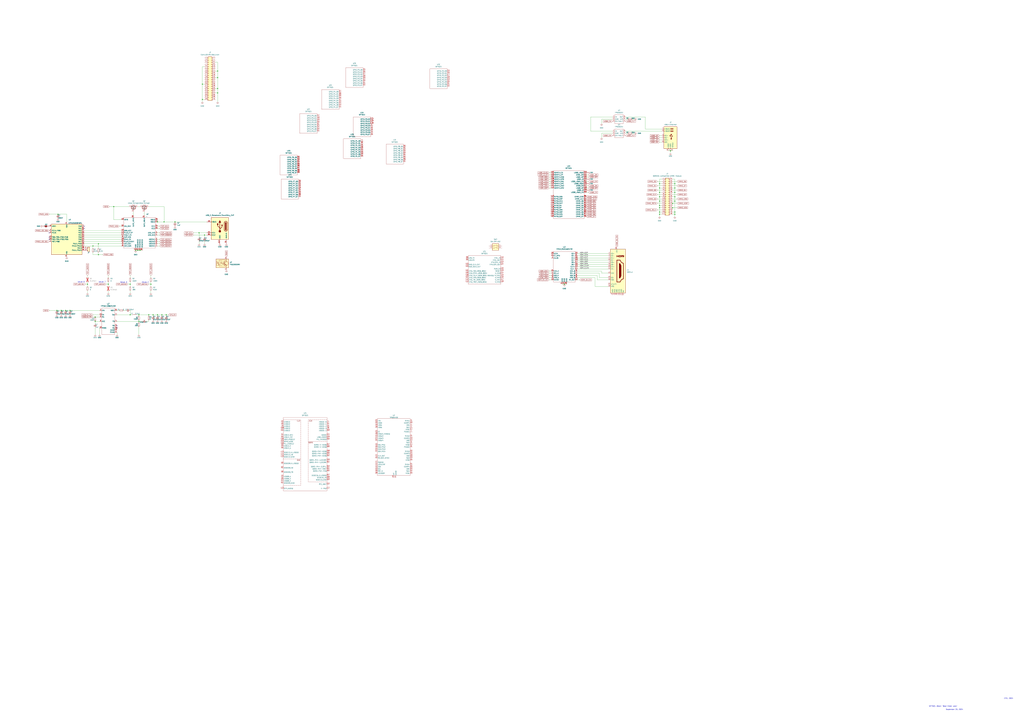
<source format=kicad_sch>
(kicad_sch (version 20231120) (generator "eeschema") (generator_version "8.0")
  (paper "A0")
  (junction (at 81.28 360.68))
  (junction (at 234.95 115.57))
  (junction (at 66.04 360.68))
  (junction (at 161.29 373.38))
  (junction (at 765.81 246.38))
  (junction (at 162.56 290.83))
  (junction (at 252.73 102.87))
  (junction (at 765.81 228.6))
  (junction (at 783.59 213.36))
  (junction (at 161.29 365.76))
  (junction (at 231.14 270.51))
  (junction (at 125.73 330.2))
  (junction (at 765.81 233.68))
  (junction (at 172.72 365.76))
  (junction (at 765.81 213.36))
  (junction (at 190.5 257.81))
  (junction (at 71.12 360.68))
  (junction (at 765.81 223.52))
  (junction (at 67.31 248.92))
  (junction (at 157.48 290.83))
  (junction (at 101.6 330.2))
  (junction (at 182.88 365.76))
  (junction (at 182.88 257.81))
  (junction (at 783.59 248.92))
  (junction (at 114.3 295.91))
  (junction (at 252.73 90.17))
  (junction (at 783.59 246.38))
  (junction (at 203.2 257.81))
  (junction (at 160.02 290.83))
  (junction (at 177.8 365.76))
  (junction (at 187.96 365.76))
  (junction (at 765.81 248.92))
  (junction (at 151.13 365.76))
  (junction (at 234.95 97.79))
  (junction (at 76.2 360.68))
  (junction (at 783.59 223.52))
  (junction (at 252.73 107.95))
  (junction (at 655.32 330.2))
  (junction (at 783.59 233.68))
  (junction (at 237.49 273.05))
  (junction (at 765.81 218.44))
  (junction (at 132.08 240.03))
  (junction (at 110.49 373.38))
  (junction (at 107.95 285.75))
  (junction (at 193.04 365.76))
  (junction (at 765.81 238.76))
  (junction (at 783.59 218.44))
  (junction (at 783.59 228.6))
  (junction (at 252.73 82.55))
  (junction (at 151.13 330.2))
  (junction (at 175.26 330.2))
  (junction (at 765.81 241.3))
  (junction (at 781.05 241.3))
  (junction (at 781.05 236.22))
  (junction (at 778.51 175.26))
  (junction (at 110.49 368.3))
  (junction (at 114.3 283.21))
  (no_connect (at 135.89 378.46))
  (no_connect (at 57.15 278.13))
  (no_connect (at 57.15 270.51))
  (no_connect (at 97.79 265.43))
  (no_connect (at 135.89 381))
  (no_connect (at 97.79 262.89))
  (no_connect (at 57.15 275.59))
  (wire (pts (xy 670.56 299.72) (xy 706.12 299.72)))
  (wire (pts (xy 161.29 388.62) (xy 161.29 379.73)))
  (wire (pts (xy 252.73 118.11) (xy 252.73 107.95)))
  (wire (pts (xy 706.12 325.12) (xy 693.42 325.12)))
  (wire (pts (xy 97.79 273.05) (xy 140.97 273.05)))
  (wire (pts (xy 125.73 332.74) (xy 125.73 330.2)))
  (wire (pts (xy 160.02 290.83) (xy 162.56 290.83)))
  (wire (pts (xy 107.95 285.75) (xy 107.95 288.29)))
  (wire (pts (xy 160.02 240.03) (xy 162.56 240.03)))
  (wire (pts (xy 237.49 273.05) (xy 237.49 275.59)))
  (wire (pts (xy 234.95 115.57) (xy 234.95 97.79)))
  (wire (pts (xy 768.35 208.28) (xy 765.81 208.28)))
  (wire (pts (xy 683.26 215.9) (xy 680.72 215.9)))
  (wire (pts (xy 786.13 226.06) (xy 781.05 226.06)))
  (wire (pts (xy 683.26 218.44) (xy 680.72 218.44)))
  (wire (pts (xy 778.51 175.26) (xy 781.05 175.26)))
  (wire (pts (xy 146.05 360.68) (xy 143.51 360.68)))
  (wire (pts (xy 637.54 314.96) (xy 640.08 314.96)))
  (wire (pts (xy 698.5 154.94) (xy 711.2 154.94)))
  (wire (pts (xy 185.42 280.67) (xy 182.88 280.67)))
  (wire (pts (xy 252.73 90.17) (xy 252.73 82.55)))
  (wire (pts (xy 190.5 257.81) (xy 203.2 257.81)))
  (wire (pts (xy 670.56 307.34) (xy 706.12 307.34)))
  (wire (pts (xy 693.42 325.12) (xy 693.42 320.04)))
  (wire (pts (xy 698.5 317.5) (xy 698.5 314.96)))
  (wire (pts (xy 101.6 332.74) (xy 101.6 330.2)))
  (wire (pts (xy 786.13 231.14) (xy 781.05 231.14)))
  (wire (pts (xy 172.72 373.38) (xy 172.72 372.11)))
  (wire (pts (xy 765.81 218.44) (xy 765.81 213.36)))
  (wire (pts (xy 680.72 210.82) (xy 683.26 210.82)))
  (wire (pts (xy 203.2 257.81) (xy 240.03 257.81)))
  (wire (pts (xy 185.42 262.89) (xy 182.88 262.89)))
  (wire (pts (xy 765.81 160.02) (xy 768.35 160.02)))
  (wire (pts (xy 783.59 218.44) (xy 783.59 223.52)))
  (wire (pts (xy 728.98 138.43) (xy 726.44 138.43)))
  (wire (pts (xy 252.73 102.87) (xy 252.73 90.17)))
  (wire (pts (xy 765.81 157.48) (xy 768.35 157.48)))
  (wire (pts (xy 162.56 290.83) (xy 165.1 290.83)))
  (wire (pts (xy 783.59 213.36) (xy 783.59 218.44)))
  (wire (pts (xy 786.13 241.3) (xy 781.05 241.3)))
  (wire (pts (xy 749.3 135.89) (xy 749.3 149.86)))
  (wire (pts (xy 182.88 257.81) (xy 182.88 255.27)))
  (wire (pts (xy 736.6 154.94) (xy 734.06 154.94)))
  (wire (pts (xy 252.73 72.39) (xy 250.19 72.39)))
  (wire (pts (xy 237.49 283.21) (xy 237.49 280.67)))
  (wire (pts (xy 125.73 327.66) (xy 125.73 330.2)))
  (wire (pts (xy 637.54 317.5) (xy 640.08 317.5)))
  (wire (pts (xy 154.94 246.38) (xy 154.94 250.19)))
  (wire (pts (xy 125.73 340.36) (xy 125.73 337.82)))
  (wire (pts (xy 252.73 107.95) (xy 250.19 107.95)))
  (wire (pts (xy 695.96 322.58) (xy 706.12 322.58)))
  (wire (pts (xy 107.95 368.3) (xy 110.49 368.3)))
  (wire (pts (xy 765.81 248.92) (xy 765.81 251.46)))
  (wire (pts (xy 778.51 177.8) (xy 778.51 175.26)))
  (wire (pts (xy 765.81 223.52) (xy 765.81 218.44)))
  (wire (pts (xy 768.35 248.92) (xy 765.81 248.92)))
  (wire (pts (xy 763.27 243.84) (xy 768.35 243.84)))
  (wire (pts (xy 158.75 365.76) (xy 161.29 365.76)))
  (wire (pts (xy 185.42 270.51) (xy 182.88 270.51)))
  (wire (pts (xy 224.79 270.51) (xy 231.14 270.51)))
  (wire (pts (xy 97.79 278.13) (xy 140.97 278.13)))
  (wire (pts (xy 685.8 152.4) (xy 711.2 152.4)))
  (wire (pts (xy 190.5 240.03) (xy 172.72 240.03)))
  (wire (pts (xy 193.04 365.76) (xy 193.04 367.03)))
  (wire (pts (xy 71.12 360.68) (xy 76.2 360.68)))
  (wire (pts (xy 698.5 143.51) (xy 698.5 138.43)))
  (wire (pts (xy 783.59 246.38) (xy 783.59 233.68)))
  (wire (pts (xy 101.6 330.2) (xy 99.06 330.2)))
  (wire (pts (xy 231.14 270.51) (xy 231.14 275.59)))
  (wire (pts (xy 107.95 285.75) (xy 140.97 285.75)))
  (wire (pts (xy 182.88 365.76) (xy 177.8 365.76)))
  (wire (pts (xy 637.54 322.58) (xy 640.08 322.58)))
  (wire (pts (xy 763.27 236.22) (xy 768.35 236.22)))
  (wire (pts (xy 167.64 246.38) (xy 167.64 250.19)))
  (wire (pts (xy 783.59 251.46) (xy 783.59 248.92)))
  (wire (pts (xy 114.3 295.91) (xy 119.38 295.91)))
  (wire (pts (xy 175.26 320.04) (xy 175.26 322.58)))
  (wire (pts (xy 670.56 309.88) (xy 706.12 309.88)))
  (wire (pts (xy 135.89 365.76) (xy 151.13 365.76)))
  (wire (pts (xy 695.96 317.5) (xy 695.96 322.58)))
  (wire (pts (xy 768.35 246.38) (xy 765.81 246.38)))
  (wire (pts (xy 726.44 152.4) (xy 768.35 152.4)))
  (wire (pts (xy 670.56 322.58) (xy 690.88 322.58)))
  (wire (pts (xy 195.58 365.76) (xy 193.04 365.76)))
  (wire (pts (xy 97.79 267.97) (xy 140.97 267.97)))
  (wire (pts (xy 765.81 233.68) (xy 768.35 233.68)))
  (wire (pts (xy 234.95 97.79) (xy 234.95 77.47)))
  (wire (pts (xy 161.29 373.38) (xy 161.29 374.65)))
  (wire (pts (xy 234.95 115.57) (xy 237.49 115.57)))
  (wire (pts (xy 765.81 238.76) (xy 765.81 241.3)))
  (wire (pts (xy 652.78 330.2) (xy 655.32 330.2)))
  (wire (pts (xy 157.48 290.83) (xy 160.02 290.83)))
  (wire (pts (xy 115.57 381) (xy 115.57 388.62)))
  (wire (pts (xy 114.3 283.21) (xy 114.3 288.29)))
  (wire (pts (xy 185.42 265.43) (xy 182.88 265.43)))
  (wire (pts (xy 138.43 360.68) (xy 135.89 360.68)))
  (wire (pts (xy 749.3 135.89) (xy 726.44 135.89)))
  (wire (pts (xy 655.32 330.2) (xy 657.86 330.2)))
  (wire (pts (xy 231.14 270.51) (xy 240.03 270.51)))
  (wire (pts (xy 637.54 210.82) (xy 640.08 210.82)))
  (wire (pts (xy 231.14 283.21) (xy 231.14 280.67)))
  (wire (pts (xy 637.54 205.74) (xy 640.08 205.74)))
  (wire (pts (xy 161.29 367.03) (xy 161.29 365.76)))
  (wire (pts (xy 170.18 373.38) (xy 172.72 373.38)))
  (wire (pts (xy 763.27 215.9) (xy 768.35 215.9)))
  (wire (pts (xy 237.49 273.05) (xy 240.03 273.05)))
  (wire (pts (xy 763.27 220.98) (xy 768.35 220.98)))
  (wire (pts (xy 781.05 218.44) (xy 783.59 218.44)))
  (wire (pts (xy 252.73 107.95) (xy 252.73 102.87)))
  (wire (pts (xy 783.59 208.28) (xy 783.59 213.36)))
  (wire (pts (xy 172.72 365.76) (xy 161.29 365.76)))
  (wire (pts (xy 763.27 210.82) (xy 768.35 210.82)))
  (wire (pts (xy 637.54 325.12) (xy 640.08 325.12)))
  (wire (pts (xy 127 240.03) (xy 132.08 240.03)))
  (wire (pts (xy 67.31 248.92) (xy 77.47 248.92)))
  (wire (pts (xy 698.5 160.02) (xy 698.5 154.94)))
  (wire (pts (xy 763.27 226.06) (xy 768.35 226.06)))
  (wire (pts (xy 768.35 223.52) (xy 765.81 223.52)))
  (wire (pts (xy 637.54 213.36) (xy 640.08 213.36)))
  (wire (pts (xy 101.6 320.04) (xy 101.6 322.58)))
  (wire (pts (xy 765.81 248.92) (xy 765.81 246.38)))
  (wire (pts (xy 728.98 154.94) (xy 726.44 154.94)))
  (wire (pts (xy 175.26 330.2) (xy 172.72 330.2)))
  (wire (pts (xy 637.54 208.28) (xy 640.08 208.28)))
  (wire (pts (xy 783.59 233.68) (xy 781.05 233.68)))
  (wire (pts (xy 783.59 248.92) (xy 783.59 246.38)))
  (wire (pts (xy 135.89 386.08) (xy 135.89 388.62)))
  (wire (pts (xy 670.56 302.26) (xy 706.12 302.26)))
  (wire (pts (xy 252.73 82.55) (xy 250.19 82.55)))
  (wire (pts (xy 161.29 373.38) (xy 165.1 373.38)))
  (wire (pts (xy 101.6 327.66) (xy 101.6 330.2)))
  (wire (pts (xy 151.13 320.04) (xy 151.13 322.58)))
  (wire (pts (xy 177.8 365.76) (xy 172.72 365.76)))
  (wire (pts (xy 768.35 228.6) (xy 765.81 228.6)))
  (wire (pts (xy 786.13 210.82) (xy 781.05 210.82)))
  (wire (pts (xy 151.13 340.36) (xy 151.13 337.82)))
  (wire (pts (xy 670.56 297.18) (xy 706.12 297.18)))
  (wire (pts (xy 187.96 367.03) (xy 187.96 365.76)))
  (wire (pts (xy 234.95 77.47) (xy 237.49 77.47)))
  (wire (pts (xy 110.49 368.3) (xy 115.57 368.3)))
  (wire (pts (xy 670.56 304.8) (xy 706.12 304.8)))
  (wire (pts (xy 783.59 223.52) (xy 783.59 228.6)))
  (wire (pts (xy 81.28 360.68) (xy 115.57 360.68)))
  (wire (pts (xy 670.56 312.42) (xy 706.12 312.42)))
  (wire (pts (xy 97.79 283.21) (xy 114.3 283.21)))
  (wire (pts (xy 77.47 248.92) (xy 77.47 257.81)))
  (wire (pts (xy 140.97 255.27) (xy 132.08 255.27)))
  (wire (pts (xy 786.13 236.22) (xy 781.05 236.22)))
  (wire (pts (xy 132.08 240.03) (xy 149.86 240.03)))
  (wire (pts (xy 783.59 228.6) (xy 783.59 233.68)))
  (wire (pts (xy 670.56 294.64) (xy 706.12 294.64)))
  (wire (pts (xy 97.79 270.51) (xy 140.97 270.51)))
  (wire (pts (xy 765.81 241.3) (xy 768.35 241.3)))
  (wire (pts (xy 125.73 320.04) (xy 125.73 322.58)))
  (wire (pts (xy 765.81 238.76) (xy 765.81 233.68)))
  (wire (pts (xy 637.54 200.66) (xy 640.08 200.66)))
  (wire (pts (xy 125.73 330.2) (xy 123.19 330.2)))
  (wire (pts (xy 114.3 283.21) (xy 140.97 283.21)))
  (wire (pts (xy 252.73 82.55) (xy 252.73 72.39)))
  (wire (pts (xy 110.49 381) (xy 110.49 388.62)))
  (wire (pts (xy 151.13 330.2) (xy 148.59 330.2)))
  (wire (pts (xy 783.59 246.38) (xy 781.05 246.38)))
  (wire (pts (xy 224.79 273.05) (xy 237.49 273.05)))
  (wire (pts (xy 151.13 332.74) (xy 151.13 330.2)))
  (wire (pts (xy 172.72 367.03) (xy 172.72 365.76)))
  (wire (pts (xy 765.81 165.1) (xy 768.35 165.1)))
  (wire (pts (xy 781.05 208.28) (xy 783.59 208.28)))
  (wire (pts (xy 781.05 236.22) (xy 781.05 238.76)))
  (wire (pts (xy 781.05 228.6) (xy 783.59 228.6)))
  (wire (pts (xy 138.43 262.89) (xy 140.97 262.89)))
  (wire (pts (xy 101.6 340.36) (xy 101.6 337.82)))
  (wire (pts (xy 187.96 365.76) (xy 182.88 365.76)))
  (wire (pts (xy 66.04 360.68) (xy 71.12 360.68)))
  (wire (pts (xy 786.13 220.98) (xy 781.05 220.98)))
  (wire (pts (xy 185.42 273.05) (xy 182.88 273.05)))
  (wire (pts (xy 185.42 283.21) (xy 182.88 283.21)))
  (wire (pts (xy 132.08 255.27) (xy 132.08 240.03)))
  (wire (pts (xy 768.35 218.44) (xy 765.81 218.44)))
  (wire (pts (xy 768.35 238.76) (xy 765.81 238.76)))
  (wire (pts (xy 76.2 360.68) (xy 81.28 360.68)))
  (wire (pts (xy 765.81 228.6) (xy 765.81 223.52)))
  (wire (pts (xy 706.12 317.5) (xy 698.5 317.5)))
  (wire (pts (xy 690.88 322.58) (xy 690.88 332.74)))
  (wire (pts (xy 670.56 317.5) (xy 695.96 317.5)))
  (wire (pts (xy 177.8 367.03) (xy 177.8 365.76)))
  (wire (pts (xy 234.95 118.11) (xy 234.95 115.57)))
  (wire (pts (xy 683.26 205.74) (xy 680.72 205.74)))
  (wire (pts (xy 114.3 295.91) (xy 114.3 293.37)))
  (wire (pts (xy 151.13 327.66) (xy 151.13 330.2)))
  (wire (pts (xy 698.5 138.43) (xy 711.2 138.43)))
  (wire (pts (xy 685.8 152.4) (xy 685.8 135.89)))
  (wire (pts (xy 97.79 280.67) (xy 140.97 280.67)))
  (wire (pts (xy 107.95 295.91) (xy 107.95 293.37)))
  (wire (pts (xy 107.95 365.76) (xy 115.57 365.76)))
  (wire (pts (xy 57.15 360.68) (xy 66.04 360.68)))
  (wire (pts (xy 175.26 327.66) (xy 175.26 330.2)))
  (wire (pts (xy 781.05 241.3) (xy 781.05 243.84)))
  (wire (pts (xy 161.29 372.11) (xy 161.29 373.38)))
  (wire (pts (xy 153.67 365.76) (xy 151.13 365.76)))
  (wire (pts (xy 765.81 162.56) (xy 768.35 162.56)))
  (wire (pts (xy 637.54 320.04) (xy 640.08 320.04)))
  (wire (pts (xy 151.13 365.76) (xy 151.13 360.68)))
  (wire (pts (xy 685.8 135.89) (xy 711.2 135.89)))
  (wire (pts (xy 110.49 373.38) (xy 115.57 373.38)))
  (wire (pts (xy 763.27 231.14) (xy 768.35 231.14)))
  (wire (pts (xy 749.3 149.86) (xy 768.35 149.86)))
  (wire (pts (xy 765.81 213.36) (xy 768.35 213.36)))
  (wire (pts (xy 781.05 223.52) (xy 783.59 223.52)))
  (wire (pts (xy 182.88 367.03) (xy 182.88 365.76)))
  (wire (pts (xy 765.81 246.38) (xy 765.81 241.3)))
  (wire (pts (xy 175.26 340.36) (xy 175.26 337.82)))
  (wire (pts (xy 781.05 213.36) (xy 783.59 213.36)))
  (wire (pts (xy 252.73 90.17) (xy 250.19 90.17)))
  (wire (pts (xy 637.54 203.2) (xy 640.08 203.2)))
  (wire (pts (xy 175.26 332.74) (xy 175.26 330.2)))
  (wire (pts (xy 110.49 375.92) (xy 110.49 373.38)))
  (wire (pts (xy 783.59 248.92) (xy 781.05 248.92)))
  (wire (pts (xy 193.04 365.76) (xy 187.96 365.76)))
  (wire (pts (xy 637.54 215.9) (xy 640.08 215.9)))
  (wire (pts (xy 637.54 218.44) (xy 640.08 218.44)))
  (wire (pts (xy 765.81 228.6) (xy 765.81 233.68)))
  (wire (pts (xy 97.79 275.59) (xy 140.97 275.59)))
  (wire (pts (xy 690.88 332.74) (xy 706.12 332.74)))
  (wire (pts (xy 185.42 278.13) (xy 182.88 278.13)))
  (wire (pts (xy 182.88 257.81) (xy 190.5 257.81)))
  (wire (pts (xy 698.5 314.96) (xy 670.56 314.96)))
  (wire (pts (xy 185.42 285.75) (xy 182.88 285.75)))
  (wire (pts (xy 57.15 248.92) (xy 67.31 248.92)))
  (wire (pts (xy 97.79 285.75) (xy 107.95 285.75)))
  (wire (pts (xy 190.5 257.81) (xy 190.5 240.03)))
  (wire (pts (xy 252.73 102.87) (xy 250.19 102.87)))
  (wire (pts (xy 683.26 203.2) (xy 680.72 203.2)))
  (wire (pts (xy 786.13 215.9) (xy 781.05 215.9)))
  (wire (pts (xy 683.26 223.52) (xy 680.72 223.52)))
  (wire (pts (xy 673.1 325.12) (xy 670.56 325.12)))
  (wire (pts (xy 693.42 320.04) (xy 670.56 320.04)))
  (wire (pts (xy 778.51 175.26) (xy 775.97 175.26)))
  (wire (pts (xy 114.3 295.91) (xy 107.95 295.91)))
  (wire (pts (xy 736.6 138.43) (xy 734.06 138.43)))
  (wire (pts (xy 234.95 97.79) (xy 237.49 97.79)))
  (wire (pts (xy 765.81 208.28) (xy 765.81 213.36)))
  (wire (pts (xy 135.89 373.38) (xy 161.29 373.38)))
  (text "Value: 1" (at 168.656 327.914 0) (effects (font (size 1.27 1.27))))
  (text "September 23, 2024\n" (at 1108.202 824.484 0) (effects (font (size 1.27 1.27))))
  (text "Value: 0" (at 94.234 327.66 0) (effects (font (size 1.27 1.27))))
  (text "Value: 7" (at 118.618 327.66 0) (effects (font (size 1.27 1.27))))
  (text "CTCL 2024" (at 1171.194 811.53 0) (effects (font (size 1.27 1.27))))
  (text "SP7021-Block \"Bear Creek Lake\"" (at 1095.248 820.674 0) (effects (font (size 1.27 1.27))))
  (text "Value: 3" (at 143.51 327.914 0) (effects (font (size 1.27 1.27))))
  (label "HDMI_D0N" (at 673.1 307.34 0))
  (label "HDMI_CLKP" (at 673.1 309.88 0))
  (label "HDMI_CLKN" (at 673.1 312.42 0))
  (label "HDMI_D2N" (at 673.1 297.18 0))
  (label "HDMI_D0P" (at 673.1 304.8 0))
  (label "HDMI_D1N" (at 673.1 302.26 0))
  (label "HDMI_D2P" (at 673.1 294.64 0))
  (label "HDMI_D1P" (at 673.1 299.72 0))
  (global_label "HDMI_SCL" (shape input) (at 637.54 317.5 180) (property "Intersheetrefs" "${INTERSHEET_REFS}" (effects (hide yes))))
  (global_label "TCP_LDO3V3" (shape input) (at 101.6 320.04 90) (property "Intersheetrefs" "${INTERSHEET_REFS}" (effects (hide yes))))
  (global_label "EMMC_D3" (shape input) (at 680.72 241.3 0) (property "Intersheetrefs" "${INTERSHEET_REFS}" (effects (hide yes))))
  (global_label "HDMI_5V_CN" (shape input) (at 716.28 287.02 90) (property "Intersheetrefs" "${INTERSHEET_REFS}" (effects (hide yes))))
  (global_label "HDMI_D0P" (shape input) (at 637.54 208.28 180) (property "Intersheetrefs" "${INTERSHEET_REFS}" (effects (hide yes))))
  (global_label "EMMC_RSTN" (shape input) (at 763.27 236.22 180) (property "Intersheetrefs" "${INTERSHEET_REFS}" (effects (hide yes))))
  (global_label "VSYS" (shape input) (at 57.15 360.68 180) (property "Intersheetrefs" "${INTERSHEET_REFS}" (effects (hide yes))))
  (global_label "USB_5V_EN" (shape input) (at 107.95 365.76 180) (property "Intersheetrefs" "${INTERSHEET_REFS}" (effects (hide yes))))
  (global_label "TCP_ADCIN3" (shape input) (at 148.59 330.2 180) (property "Intersheetrefs" "${INTERSHEET_REFS}" (effects (hide yes))))
  (global_label "USB_5V_PG" (shape input) (at 107.95 368.3 180) (property "Intersheetrefs" "${INTERSHEET_REFS}" (effects (hide yes))))
  (global_label "EMMC_D1" (shape input) (at 786.13 220.98 0) (property "Intersheetrefs" "${INTERSHEET_REFS}" (effects (hide yes))))
  (global_label "EMMC_D4" (shape input) (at 680.72 243.84 0) (property "Intersheetrefs" "${INTERSHEET_REFS}" (effects (hide yes))))
  (global_label "USB1_EN" (shape input) (at 711.2 157.48 180) (property "Intersheetrefs" "${INTERSHEET_REFS}" (effects (hide yes))))
  (global_label "VBUS" (shape input) (at 262.89 298.45 90) (property "Intersheetrefs" "${INTERSHEET_REFS}" (effects (hide yes))))
  (global_label "USB1_DN" (shape input) (at 765.81 165.1 180) (property "Intersheetrefs" "${INTERSHEET_REFS}" (effects (hide yes))))
  (global_label "TCP_CC1" (shape input) (at 185.42 262.89 0) (property "Intersheetrefs" "${INTERSHEET_REFS}" (effects (hide yes))))
  (global_label "TCP_LDO3V3" (shape input) (at 151.13 320.04 90) (property "Intersheetrefs" "${INTERSHEET_REFS}" (effects (hide yes))))
  (global_label "EMMC_D4" (shape input) (at 763.27 215.9 180) (property "Intersheetrefs" "${INTERSHEET_REFS}" (effects (hide yes))))
  (global_label "PMEC_VDD" (shape input) (at 57.15 248.92 180) (property "Intersheetrefs" "${INTERSHEET_REFS}" (effects (hide yes))))
  (global_label "TCP_CC2" (shape input) (at 224.79 273.05 180) (property "Intersheetrefs" "${INTERSHEET_REFS}" (effects (hide yes))))
  (global_label "TCP_LDO3V3" (shape input) (at 185.42 273.05 0) (property "Intersheetrefs" "${INTERSHEET_REFS}" (effects (hide yes))))
  (global_label "HDMI_CEC" (shape input) (at 637.54 314.96 180) (property "Intersheetrefs" "${INTERSHEET_REFS}" (effects (hide yes))))
  (global_label "TCP_ADCIN1" (shape input) (at 185.42 278.13 0) (property "Intersheetrefs" "${INTERSHEET_REFS}" (effects (hide yes))))
  (global_label "HDMI_D0N" (shape input) (at 637.54 205.74 180) (property "Intersheetrefs" "${INTERSHEET_REFS}" (effects (hide yes))))
  (global_label "EMMC_D3" (shape input) (at 763.27 231.14 180) (property "Intersheetrefs" "${INTERSHEET_REFS}" (effects (hide yes))))
  (global_label "EMMC_VDD" (shape input) (at 786.13 241.3 0) (property "Intersheetrefs" "${INTERSHEET_REFS}" (effects (hide yes))))
  (global_label "USB1_DP" (shape input) (at 765.81 162.56 180) (property "Intersheetrefs" "${INTERSHEET_REFS}" (effects (hide yes))))
  (global_label "EMMC_D5" (shape input) (at 680.72 246.38 0) (property "Intersheetrefs" "${INTERSHEET_REFS}" (effects (hide yes))))
  (global_label "EMMC_D1" (shape input) (at 680.72 236.22 0) (property "Intersheetrefs" "${INTERSHEET_REFS}" (effects (hide yes))))
  (global_label "TCP_CC1" (shape input) (at 224.79 270.51 180) (property "Intersheetrefs" "${INTERSHEET_REFS}" (effects (hide yes))))
  (global_label "HDMI_D2N" (shape input) (at 637.54 215.9 180) (property "Intersheetrefs" "${INTERSHEET_REFS}" (effects (hide yes))))
  (global_label "EMMC_D6" (shape input) (at 786.13 210.82 0) (property "Intersheetrefs" "${INTERSHEET_REFS}" (effects (hide yes))))
  (global_label "EMMC_CLK" (shape input) (at 763.27 226.06 180) (property "Intersheetrefs" "${INTERSHEET_REFS}" (effects (hide yes))))
  (global_label "USB0_EN" (shape input) (at 683.26 223.52 0) (property "Intersheetrefs" "${INTERSHEET_REFS}" (effects (hide yes))))
  (global_label "HDMI_5V_CN" (shape input) (at 673.1 325.12 0) (property "Intersheetrefs" "${INTERSHEET_REFS}" (effects (hide yes))))
  (global_label "EMMC_D2" (shape input) (at 680.72 238.76 0) (property "Intersheetrefs" "${INTERSHEET_REFS}" (effects (hide yes))))
  (global_label "USB1_EN" (shape input) (at 683.26 210.82 0) (property "Intersheetrefs" "${INTERSHEET_REFS}" (effects (hide yes))))
  (global_label "TCP_ADCIN2" (shape input) (at 185.42 280.67 0) (property "Intersheetrefs" "${INTERSHEET_REFS}" (effects (hide yes))))
  (global_label "TCP_LDO1V5" (shape input) (at 185.42 270.51 0) (property "Intersheetrefs" "${INTERSHEET_REFS}" (effects (hide yes))))
  (global_label "TCP_LDO3V3" (shape input) (at 175.26 320.04 90) (property "Intersheetrefs" "${INTERSHEET_REFS}" (effects (hide yes))))
  (global_label "EMMC_D0" (shape input) (at 763.27 220.98 180) (property "Intersheetrefs" "${INTERSHEET_REFS}" (effects (hide yes))))
  (global_label "EMMC_RCLK" (shape input) (at 763.27 243.84 180) (property "Intersheetrefs" "${INTERSHEET_REFS}" (effects (hide yes))))
  (global_label "EMMC_D7" (shape input) (at 680.72 251.46 0) (property "Intersheetrefs" "${INTERSHEET_REFS}" (effects (hide yes))))
  (global_label "HDMI_CLKP" (shape input) (at 637.54 203.2 180) (property "Intersheetrefs" "${INTERSHEET_REFS}" (effects (hide yes))))
  (global_label "USB0_DM" (shape input) (at 683.26 215.9 0) (property "Intersheetrefs" "${INTERSHEET_REFS}" (effects (hide yes))))
  (global_label "TCP_ADCIN2" (shape input) (at 123.19 330.2 180) (property "Intersheetrefs" "${INTERSHEET_REFS}" (effects (hide yes))))
  (global_label "TCP_ADCIN3" (shape input) (at 185.42 283.21 0) (property "Intersheetrefs" "${INTERSHEET_REFS}" (effects (hide yes))))
  (global_label "EMMC_D2" (shape input) (at 786.13 226.06 0) (property "Intersheetrefs" "${INTERSHEET_REFS}" (effects (hide yes))))
  (global_label "HDMI_CLKN" (shape input) (at 637.54 200.66 180) (property "Intersheetrefs" "${INTERSHEET_REFS}" (effects (hide yes))))
  (global_label "PMEC_VDD" (shape input) (at 138.43 262.89 180) (property "Intersheetrefs" "${INTERSHEET_REFS}" (effects (hide yes))))
  (global_label "TCP_ADCIN4" (shape input) (at 185.42 285.75 0) (property "Intersheetrefs" "${INTERSHEET_REFS}" (effects (hide yes))))
  (global_label "USB1_DP" (shape input) (at 683.26 205.74 0) (property "Intersheetrefs" "${INTERSHEET_REFS}" (effects (hide yes))))
  (global_label "EMMC_CLK" (shape input) (at 680.72 231.14 0) (property "Intersheetrefs" "${INTERSHEET_REFS}" (effects (hide yes))))
  (global_label "EMMC_D6" (shape input) (at 680.72 248.92 0) (property "Intersheetrefs" "${INTERSHEET_REFS}" (effects (hide yes))))
  (global_label "HDMI_5V_CN" (shape input) (at 637.54 325.12 180) (property "Intersheetrefs" "${INTERSHEET_REFS}" (effects (hide yes))))
  (global_label "HDMI_HPD" (shape input) (at 637.54 322.58 180) (property "Intersheetrefs" "${INTERSHEET_REFS}" (effects (hide yes))))
  (global_label "PMEC_VDD" (shape input) (at 119.38 295.91 0) (property "Intersheetrefs" "${INTERSHEET_REFS}" (effects (hide yes))))
  (global_label "PMEC_I2C_SDA" (shape input) (at 57.15 267.97 180) (property "Intersheetrefs" "${INTERSHEET_REFS}" (effects (hide yes))))
  (global_label "USB0_EN" (shape input) (at 711.2 140.97 180) (property "Intersheetrefs" "${INTERSHEET_REFS}" (effects (hide yes))))
  (global_label "EMMC_VDDF" (shape input) (at 786.13 236.22 0) (property "Intersheetrefs" "${INTERSHEET_REFS}" (effects (hide yes))))
  (global_label "EMMC_D0" (shape input) (at 680.72 233.68 0) (property "Intersheetrefs" "${INTERSHEET_REFS}" (effects (hide yes))))
  (global_label "HDMI_D1P" (shape input) (at 637.54 213.36 180) (property "Intersheetrefs" "${INTERSHEET_REFS}" (effects (hide yes))))
  (global_label "TCP_LDO3V3" (shape input) (at 125.73 320.04 90) (property "Intersheetrefs" "${INTERSHEET_REFS}" (effects (hide yes))))
  (global_label "USB0_DN" (shape input) (at 765.81 160.02 180) (property "Intersheetrefs" "${INTERSHEET_REFS}" (effects (hide yes))))
  (global_label "USB1_FLT" (shape input) (at 726.44 157.48 0) (property "Intersheetrefs" "${INTERSHEET_REFS}" (effects (hide yes))))
  (global_label "TCP_ADCIN1" (shape input) (at 99.06 330.2 180) (property "Intersheetrefs" "${INTERSHEET_REFS}" (effects (hide yes))))
  (global_label "EMMC_CMD" (shape input) (at 786.13 231.14 0) (property "Intersheetrefs" "${INTERSHEET_REFS}" (effects (hide yes))))
  (global_label "SYS_5V" (shape input) (at 195.58 365.76 0) (property "Intersheetrefs" "${INTERSHEET_REFS}" (effects (hide yes))))
  (global_label "EMMC_D7" (shape input) (at 786.13 215.9 0) (property "Intersheetrefs" "${INTERSHEET_REFS}" (effects (hide yes))))
  (global_label "USB0_DP" (shape input) (at 683.26 218.44 0) (property "Intersheetrefs" "${INTERSHEET_REFS}" (effects (hide yes))))
  (global_label "USB0_DP" (shape input) (at 765.81 157.48 180) (property "Intersheetrefs" "${INTERSHEET_REFS}" (effects (hide yes))))
  (global_label "USB1_DM" (shape input) (at 683.26 203.2 0) (property "Intersheetrefs" "${INTERSHEET_REFS}" (effects (hide yes))))
  (global_label "PMEC_I2C_SCL" (shape input) (at 57.15 280.67 180) (property "Intersheetrefs" "${INTERSHEET_REFS}" (effects (hide yes))))
  (global_label "HDMI_D1N" (shape input) (at 637.54 210.82 180) (property "Intersheetrefs" "${INTERSHEET_REFS}" (effects (hide yes))))
  (global_label "VSYS" (shape input) (at 127 240.03 180) (property "Intersheetrefs" "${INTERSHEET_REFS}" (effects (hide yes))))
  (global_label "USB0_FLT" (shape input) (at 726.44 140.97 0) (property "Intersheetrefs" "${INTERSHEET_REFS}" (effects (hide yes))))
  (global_label "TCP_CC2" (shape input) (at 185.42 265.43 0) (property "Intersheetrefs" "${INTERSHEET_REFS}" (effects (hide yes))))
  (global_label "HDMI_D2P" (shape input) (at 637.54 218.44 180) (property "Intersheetrefs" "${INTERSHEET_REFS}" (effects (hide yes))))
  (global_label "EMMC_CMD" (shape input) (at 680.72 228.6 0) (property "Intersheetrefs" "${INTERSHEET_REFS}" (effects (hide yes))))
  (global_label "EMMC_D5" (shape input) (at 763.27 210.82 180) (property "Intersheetrefs" "${INTERSHEET_REFS}" (effects (hide yes))))
  (global_label "TCP_ADCIN4" (shape input) (at 172.72 330.2 180) (property "Intersheetrefs" "${INTERSHEET_REFS}" (effects (hide yes))))
  (global_label "HDMI_SDA" (shape input) (at 637.54 320.04 180) (property "Intersheetrefs" "${INTERSHEET_REFS}" (effects (hide yes))))
  (symbol (lib_id "power:GND") (at 81.28 365.76 0) (unit 1)
    (property "Reference" "#PWR027" (effects (hide yes)))
    (property "Value" "GND" (at 81.28 369.062 0))
    (property "Description" "Power symbol creates a global label with name \"GND\" , ground" (effects (hide yes)))
  )
  (symbol (lib_id "Device:R_Small") (at 151.13 325.12 0) (unit 1)
    (property "Reference" "R?" (at 153.67 323.8499 0) (effects (justify left)))
    (property "Value" "162K" (at 153.67 326.3899 0) (effects (justify left)))
    (property "Description" "Resistor, small symbol" (effects (hide yes)))
  )
  (symbol (lib_id "power:GND") (at 49.53 262.89 270) (unit 1)
    (property "Reference" "#PWR011" (effects (hide yes)))
    (property "Value" "GND" (at 44.704 262.89 90))
    (property "Description" "Power symbol creates a global label with name \"GND\" , ground" (effects (hide yes)))
  )
  (symbol (lib_id "Device:R_Small") (at 151.13 335.28 0) (unit 1)
    (property "Reference" "R?" (at 153.67 334.0099 0) (effects (justify left)))
    (property "Value" "38K" (at 153.67 336.5499 0) (effects (justify left)))
    (property "Description" "Resistor, small symbol" (effects (hide yes)))
  )
  (symbol (lib_id "Device:R_Small") (at 101.6 325.12 0) (unit 1) (dnp yes)
    (property "Reference" "R?" (at 104.14 323.8499 0) (effects (justify left)))
    (property "Value" "R_Small" (at 104.14 326.3899 0) (effects (justify left)))
    (property "Description" "Resistor, small symbol" (effects (hide yes)))
  )
  (symbol (lib_id "Device:R_Small") (at 114.3 290.83 0) (unit 1)
    (property "Reference" "R?" (at 115.062 289.814 0) (effects (justify left)))
    (property "Value" "2.2K" (at 115.062 291.846 0) (effects (justify left)))
    (property "Description" "Resistor, small symbol" (effects (hide yes)))
  )
  (symbol (lib_id "Device:R_Small") (at 175.26 325.12 0) (unit 1)
    (property "Reference" "R?" (at 177.8 323.8499 0) (effects (justify left)))
    (property "Value" "190K" (at 177.8 326.3899 0) (effects (justify left)))
    (property "Description" "Resistor, small symbol" (effects (hide yes)))
  )
  (symbol (lib_id "sp7021-block:TPS25730SRSMR") (at 161.29 270.51 0) (unit 1)
    (property "Reference" "U?" (at 169.8341 248.92 0) (effects (justify left)))
    (property "Value" "~" (at 169.8341 251.46 0) (effects (justify left)))
  )
  (symbol (lib_id "power:GND") (at 234.95 118.11 0) (unit 1)
    (property "Reference" "#PWR02" (effects (hide yes)))
    (property "Value" "GND" (at 234.95 123.19 0))
    (property "Description" "Power symbol creates a global label with name \"GND\" , ground" (effects (hide yes)))
  )
  (symbol (lib_id "power:GND") (at 736.6 154.94 90) (unit 1)
    (property "Reference" "#PWR036" (effects (hide yes)))
    (property "Value" "GND" (at 740.41 154.9399 90) (effects (justify right)))
    (property "Description" "Power symbol creates a global label with name \"GND\" , ground" (effects (hide yes)))
  )
  (symbol (lib_id "power:GND") (at 252.73 118.11 0) (unit 1)
    (property "Reference" "#PWR01" (effects (hide yes)))
    (property "Value" "GND" (at 252.73 123.19 0))
    (property "Description" "Power symbol creates a global label with name \"GND\" , ground" (effects (hide yes)))
  )
  (symbol (lib_id "power:GND") (at 135.89 388.62 0) (unit 1)
    (property "Reference" "#PWR030" (effects (hide yes)))
    (property "Value" "GND" (at 135.89 392.176 0))
    (property "Description" "Power symbol creates a global label with name \"GND\" , ground" (effects (hide yes)))
  )
  (symbol (lib_id "sp7021:SP7021") (at 420.37 147.32 0) (unit 1)
    (property "Reference" "U?" (at 420.37 130.81 0))
    (property "Value" "SP7021" (at 420.37 133.35 0))
  )
  (symbol (lib_id "Device:C_Small") (at 177.8 369.57 0) (unit 1)
    (property "Reference" "C?" (at 177.8 368.046 0) (effects (justify left)))
    (property "Value" "22uF" (at 177.8 371.094 0) (effects (justify left)))
    (property "Description" "Unpolarized capacitor, small symbol" (effects (hide yes)))
  )
  (symbol (lib_id "power:GND") (at 77.47 298.45 0) (unit 1)
    (property "Reference" "#PWR010" (effects (hide yes)))
    (property "Value" "GND" (at 77.47 303.53 0))
    (property "Description" "Power symbol creates a global label with name \"GND\" , ground" (effects (hide yes)))
  )
  (symbol (lib_id "Device:C_Small") (at 76.2 363.22 0) (unit 1)
    (property "Reference" "C?" (at 76.454 361.696 0) (effects (justify left)))
    (property "Value" "10uF" (at 76.454 364.744 0) (effects (justify left)))
    (property "Description" "Unpolarized capacitor, small symbol" (effects (hide yes)))
  )
  (symbol (lib_id "Device:R_Small") (at 101.6 335.28 0) (unit 1)
    (property "Reference" "R?" (at 104.14 334.0099 0) (effects (justify left)))
    (property "Value" "0" (at 104.14 336.5499 0) (effects (justify left)))
    (property "Description" "Resistor, small symbol" (effects (hide yes)))
  )
  (symbol (lib_id "power:GND") (at 655.32 330.2 0) (unit 1)
    (property "Reference" "#PWR05" (effects (hide yes)))
    (property "Value" "GND" (at 655.32 335.28 0))
    (property "Description" "Power symbol creates a global label with name \"GND\" , ground" (effects (hide yes)))
  )
  (symbol (lib_id "power:GND") (at 66.04 365.76 0) (unit 1)
    (property "Reference" "#PWR024" (effects (hide yes)))
    (property "Value" "GND" (at 66.04 369.062 0))
    (property "Description" "Power symbol creates a global label with name \"GND\" , ground" (effects (hide yes)))
  )
  (symbol (lib_id "sp7021:SP7021") (at 660.4 226.06 0) (unit 11)
    (property "Reference" "U?" (at 660.4 193.04 0))
    (property "Value" "SP7021" (at 660.4 195.58 0))
  )
  (symbol (lib_id "power:GND") (at 237.49 283.21 0) (unit 1)
    (property "Reference" "#PWR09" (effects (hide yes)))
    (property "Value" "GND" (at 237.49 286.766 0))
    (property "Description" "Power symbol creates a global label with name \"GND\" , ground" (effects (hide yes)))
  )
  (symbol (lib_id "power:GND") (at 182.88 372.11 0) (unit 1)
    (property "Reference" "#PWR033" (effects (hide yes)))
    (property "Value" "GND" (at 182.88 375.412 0))
    (property "Description" "Power symbol creates a global label with name \"GND\" , ground" (effects (hide yes)))
  )
  (symbol (lib_id "sp7021:SP7021") (at 509.27 91.44 0) (unit 3)
    (property "Reference" "U?" (at 509.27 74.93 0))
    (property "Value" "SP7021" (at 509.27 77.47 0))
  )
  (symbol (lib_id "power:GND") (at 101.6 340.36 0) (unit 1)
    (property "Reference" "#PWR018" (effects (hide yes)))
    (property "Value" "GND" (at 101.6 343.916 0))
    (property "Description" "Power symbol creates a global label with name \"GND\" , ground" (effects (hide yes)))
  )
  (symbol (lib_id "sp7021:SP7021") (at 336.55 219.71 0) (unit 8)
    (property "Reference" "U?" (at 336.55 203.2 0))
    (property "Value" "SP7021" (at 336.55 205.74 0))
  )
  (symbol (lib_id "power:GND") (at 698.5 143.51 0) (unit 1)
    (property "Reference" "#PWR039" (effects (hide yes)))
    (property "Value" "GND" (at 698.5 148.59 0))
    (property "Description" "Power symbol creates a global label with name \"GND\" , ground" (effects (hide yes)))
  )
  (symbol (lib_id "power:GND") (at 71.12 365.76 0) (unit 1)
    (property "Reference" "#PWR025" (effects (hide yes)))
    (property "Value" "GND" (at 71.12 369.062 0))
    (property "Description" "Power symbol creates a global label with name \"GND\" , ground" (effects (hide yes)))
  )
  (symbol (lib_id "sp7021-block:TPS65400") (at 457.2 519.43 0) (unit 1)
    (property "Reference" "U?" (at 457.2 482.6 0))
    (property "Value" "TPS65400" (at 457.2 485.14 0))
    (property "Footprint" "Package_DFN_QFN:Texas_RGZ0048A_VQFN-48-1EP_7x7mm_P0.5mm_EP5.15x5.15mm_ThermalVias" (effects (hide yes)))
  )
  (symbol (lib_id "power:GND") (at 175.26 340.36 0) (unit 1)
    (property "Reference" "#PWR021" (effects (hide yes)))
    (property "Value" "GND" (at 175.26 343.916 0))
    (property "Description" "Power symbol creates a global label with name \"GND\" , ground" (effects (hide yes)))
  )
  (symbol (lib_id "Connector:TestPoint_Alt") (at 680.72 200.66 270) (unit 1)
    (property "Reference" "TP?" (at 685.038 200.66 90) (effects (justify left)))
    (property "Value" "TestPoint_Alt" (effects (hide yes)))
    (property "Description" "test point (alternative shape)" (effects (hide yes)))
  )
  (symbol (lib_id "sp7021:SP7021") (at 358.14 143.51 0) (unit 6)
    (property "Reference" "U?" (at 358.14 127 0))
    (property "Value" "SP7021" (at 358.14 129.54 0))
  )
  (symbol (lib_id "Device:R_Small") (at 125.73 335.28 0) (unit 1) (dnp yes)
    (property "Reference" "R?" (at 128.27 334.0099 0) (effects (justify left)))
    (property "Value" "R_Small" (at 128.27 336.5499 0) (effects (justify left)))
    (property "Description" "Resistor, small symbol" (effects (hide yes)))
  )
  (symbol (lib_id "sp7021-block:TPS51386RJNR") (at 125.73 373.38 0) (unit 1)
    (property "Reference" "U?" (at 125.73 353.06 0) (effects (font (size 1.524 1.524))))
    (property "Value" "TPS51386RJNR" (at 125.73 355.6 0) (effects (font (size 1.524 1.524))))
    (property "Footprint" "VQFN-HR12_RJN_TEX" (effects (hide yes)))
    (property "Datasheet" "TPS51386RJNR" (effects (hide yes)))
  )
  (symbol (lib_id "power:GND") (at 76.2 365.76 0) (unit 1)
    (property "Reference" "#PWR026" (effects (hide yes)))
    (property "Value" "GND" (at 76.2 369.062 0))
    (property "Description" "Power symbol creates a global label with name \"GND\" , ground" (effects (hide yes)))
  )
  (symbol (lib_id "Device:R_Small") (at 107.95 290.83 0) (unit 1)
    (property "Reference" "R?" (at 108.712 289.814 0) (effects (justify left)))
    (property "Value" "2.2K" (at 108.712 291.846 0) (effects (justify left)))
    (property "Description" "Resistor, small symbol" (effects (hide yes)))
  )
  (symbol (lib_id "MCU_ST_STM32G0:STM32G030F6Px") (at 77.47 278.13 0) (unit 1)
    (property "Reference" "U?" (at 79.6641 255.27 0) (effects (justify left)))
    (property "Value" "STM32G030F6Px" (at 79.502 259.08 0) (effects (justify left)))
    (property "Footprint" "Package_SO:TSSOP-20_4.4x6.5mm_P0.65mm" (effects (hide yes)))
    (property "Datasheet" "https://www.st.com/resource/en/datasheet/stm32g030f6.pdf" (effects (hide yes)))
    (property "Description" "STMicroelectronics Arm Cortex-M0+ MCU, 32KB flash, 8KB RAM, 64 MHz, 2.0-3.6V, 17 GPIO, TSSOP20" (effects (hide yes)))
  )
  (symbol (lib_id "Device:R_Small") (at 161.29 369.57 0) (unit 1)
    (property "Reference" "R?" (at 157.734 368.808 0) (effects (justify left)))
    (property "Value" "150K" (at 155.194 370.586 0) (effects (justify left)))
    (property "Description" "Resistor, small symbol" (effects (hide yes)))
  )
  (symbol (lib_id "power:GND") (at 765.81 251.46 0) (unit 1)
    (property "Reference" "#PWR023" (effects (hide yes)))
    (property "Value" "GND" (at 765.81 256.54 0))
    (property "Description" "Power symbol creates a global label with name \"GND\" , ground" (effects (hide yes)))
  )
  (symbol (lib_id "power:GND") (at 177.8 372.11 0) (unit 1)
    (property "Reference" "#PWR032" (effects (hide yes)))
    (property "Value" "GND" (at 177.8 375.412 0))
    (property "Description" "Power symbol creates a global label with name \"GND\" , ground" (effects (hide yes)))
  )
  (symbol (lib_id "Power_Protection:TVS2200DRV") (at 262.89 306.07 0) (unit 1)
    (property "Reference" "U?" (at 266.7 304.7999 0) (effects (justify left)))
    (property "Value" "TVS2200DRV" (at 266.7 307.3399 0) (effects (justify left)))
    (property "Footprint" "Package_SON:WSON-6-1EP_2x2mm_P0.65mm_EP1x1.6mm" (effects (hide yes)))
    (property "Datasheet" "http://www.ti.com/lit/ds/symlink/tvs2200.pdf" (effects (hide yes)))
    (property "Description" "Flat-Clamp Surge Protection Device. 22Vrwm, WSON-6" (effects (hide yes)))
  )
  (symbol (lib_id "power:GND") (at 67.31 254 0) (unit 1)
    (property "Reference" "#PWR017" (effects (hide yes)))
    (property "Value" "GND" (at 67.31 257.556 0))
    (property "Description" "Power symbol creates a global label with name \"GND\" , ground" (effects (hide yes)))
  )
  (symbol (lib_id "power:GND") (at 255.27 283.21 0) (unit 1)
    (property "Reference" "#PWR03" (effects (hide yes)))
    (property "Value" "GND" (at 255.27 286.766 0))
    (property "Description" "Power symbol creates a global label with name \"GND\" , ground" (effects (hide yes)))
  )
  (symbol (lib_id "Connector_Generic:Conn_02x17_Counter_Clockwise") (at 773.43 228.6 0) (unit 1)
    (property "Reference" "J?" (at 774.7 201.93 0))
    (property "Value" "ODROID-compatible eMMC module" (at 774.7 204.47 0))
    (property "Description" "Generic connector, double row, 02x17, counter clockwise pin numbering scheme (similar to DIP package numbering), script generated (kicad-library-utils/schlib/autogen/connector/)" (effects (hide yes)))
  )
  (symbol (lib_id "power:GND") (at 736.6 138.43 90) (unit 1)
    (property "Reference" "#PWR037" (effects (hide yes)))
    (property "Value" "GND" (at 740.41 138.4299 90) (effects (justify right)))
    (property "Description" "Power symbol creates a global label with name \"GND\" , ground" (effects (hide yes)))
  )
  (symbol (lib_id "Connector:TestPoint_Alt") (at 680.72 213.36 270) (unit 1)
    (property "Reference" "TP?" (at 685.038 213.36 90) (effects (justify left)))
    (property "Value" "TestPoint_Alt" (effects (hide yes)))
    (property "Description" "test point (alternative shape)" (effects (hide yes)))
  )
  (symbol (lib_id "Connector:HDMI_A") (at 716.28 314.96 0) (unit 1)
    (property "Reference" "J?" (at 727.71 313.6899 0) (effects (justify left)))
    (property "Value" "HDMI_A" (at 727.71 316.2299 0) (effects (justify left)))
    (property "Datasheet" "https://en.wikipedia.org/wiki/HDMI" (effects (hide yes)))
    (property "Description" "HDMI type A connector" (effects (hide yes)))
  )
  (symbol (lib_id "Connector:USB_C_Receptacle_PowerOnly_24P") (at 255.27 265.43 0) (mirror y) (unit 1)
    (property "Reference" "J?" (at 255.27 247.65 0))
    (property "Value" "USB_C_Receptacle_PowerOnly_24P" (at 255.27 250.19 0))
    (property "Datasheet" "https://www.usb.org/sites/default/files/documents/usb_type-c.zip" (effects (hide yes)))
    (property "Description" "USB Power-Only 24P Type-C Receptacle connector" (effects (hide yes)))
  )
  (symbol (lib_id "power:GND") (at 262.89 283.21 0) (unit 1)
    (property "Reference" "#PWR04" (effects (hide yes)))
    (property "Value" "GND" (at 262.89 286.766 0))
    (property "Description" "Power symbol creates a global label with name \"GND\" , ground" (effects (hide yes)))
  )
  (symbol (lib_id "Device:C_Small") (at 187.96 369.57 0) (unit 1)
    (property "Reference" "C?" (at 187.96 368.046 0) (effects (justify left)))
    (property "Value" "22uF" (at 187.96 371.094 0) (effects (justify left)))
    (property "Description" "Unpolarized capacitor, small symbol" (effects (hide yes)))
  )
  (symbol (lib_id "Device:R_Small") (at 125.73 325.12 0) (unit 1)
    (property "Reference" "R?" (at 128.27 323.8499 0) (effects (justify left)))
    (property "Value" "0" (at 128.27 326.3899 0) (effects (justify left)))
    (property "Description" "Resistor, small symbol" (effects (hide yes)))
  )
  (symbol (lib_id "power:GND") (at 157.48 290.83 0) (unit 1)
    (property "Reference" "#PWR012" (effects (hide yes)))
    (property "Value" "GND" (at 157.48 295.91 0))
    (property "Description" "Power symbol creates a global label with name \"GND\" , ground" (effects (hide yes)))
  )
  (symbol (lib_id "power:GND") (at 187.96 372.11 0) (unit 1)
    (property "Reference" "#PWR034" (effects (hide yes)))
    (property "Value" "GND" (at 187.96 375.412 0))
    (property "Description" "Power symbol creates a global label with name \"GND\" , ground" (effects (hide yes)))
  )
  (symbol (lib_id "Device:R_Small") (at 731.52 138.43 90) (unit 1)
    (property "Reference" "R?" (at 728.472 137.414 90))
    (property "Value" "56K" (at 735.33 137.414 90))
    (property "Description" "Resistor, small symbol" (effects (hide yes)))
  )
  (symbol (lib_id "power:GND") (at 262.89 313.69 0) (unit 1)
    (property "Reference" "#PWR06" (effects (hide yes)))
    (property "Value" "GND" (at 262.89 318.77 0))
    (property "Description" "Power symbol creates a global label with name \"GND\" , ground" (effects (hide yes)))
  )
  (symbol (lib_id "Jumper:SolderJumper_2_Open") (at 53.34 262.89 0) (unit 1) (exclude_from_sim yes) (in_bom no)
    (property "Reference" "JP?" (at 53.34 260.858 0))
    (property "Value" "SolderJumper_2_Open" (effects (hide yes)))
    (property "Description" "Solder Jumper, 2-pole, open" (effects (hide yes)))
  )
  (symbol (lib_id "Device:C_Small") (at 81.28 363.22 0) (unit 1)
    (property "Reference" "C?" (at 81.534 361.696 0) (effects (justify left)))
    (property "Value" "100nF" (at 81.534 364.744 0) (effects (justify left)))
    (property "Description" "Unpolarized capacitor, small symbol" (effects (hide yes)))
  )
  (symbol (lib_id "Device:R_Small") (at 161.29 377.19 0) (unit 1)
    (property "Reference" "R?" (at 157.734 376.428 0) (effects (justify left)))
    (property "Value" "20K" (at 156.464 378.206 0) (effects (justify left)))
    (property "Description" "Resistor, small symbol" (effects (hide yes)))
  )
  (symbol (lib_id "sp7021-block:TPS25221") (at 718.82 138.43 0) (unit 1)
    (property "Reference" "U?" (at 718.82 128.27 0))
    (property "Value" "TPS25221" (at 718.82 130.81 0))
    (property "Footprint" "Package_SON:WSON-6-1EP_2x2mm_P0.65mm_EP1x1.6mm" (effects (hide yes)))
  )
  (symbol (lib_id "Connector_Generic:Conn_02x20_Odd_Even") (at 242.57 90.17 0) (unit 1)
    (property "Reference" "J?" (at 243.84 60.96 0))
    (property "Value" "Conn_02x20_Odd_Even" (at 243.84 63.5 0))
    (property "Description" "Generic connector, double row, 02x20, odd/even pin numbering scheme (row 1 odd numbers, row 2 even numbers), script generated (kicad-library-utils/schlib/autogen/connector/)" (effects (hide yes)))
  )
  (symbol (lib_id "power:GND") (at 110.49 388.62 0) (unit 1)
    (property "Reference" "#PWR028" (effects (hide yes)))
    (property "Value" "GND" (at 110.49 392.176 0))
    (property "Description" "Power symbol creates a global label with name \"GND\" , ground" (effects (hide yes)))
  )
  (symbol (lib_id "power:GND") (at 151.13 340.36 0) (unit 1)
    (property "Reference" "#PWR020" (effects (hide yes)))
    (property "Value" "GND" (at 151.13 343.916 0))
    (property "Description" "Power symbol creates a global label with name \"GND\" , ground" (effects (hide yes)))
  )
  (symbol (lib_id "Device:R_Small") (at 110.49 370.84 0) (unit 1)
    (property "Reference" "R?" (at 106.934 370.078 0) (effects (justify left)))
    (property "Value" "100K" (at 104.394 371.856 0) (effects (justify left)))
    (property "Description" "Resistor, small symbol" (effects (hide yes)))
  )
  (symbol (lib_name "sp7021:SP7021") (lib_id "sp7021:SP7021") (at 354.33 519.43 0) (unit 10)
    (property "Reference" "U?" (at 354.33 480.06 0))
    (property "Value" "SP7021" (at 354.33 482.6 0))
  )
  (symbol (lib_id "sp7021:SP7021") (at 562.61 313.69 0) (unit 12)
    (property "Reference" "U?" (at 562.61 292.1 0))
    (property "Value" "SP7021" (at 562.61 294.64 0))
  )
  (symbol (lib_name "sp7021:SP7021") (lib_id "sp7021:SP7021") (at 458.47 179.07 0) (unit 9)
    (property "Reference" "U?" (at 458.47 162.56 0))
    (property "Value" "SP7021" (at 458.47 165.1 0))
  )
  (symbol (lib_id "power:GND") (at 203.2 262.89 0) (unit 1)
    (property "Reference" "#PWR07" (effects (hide yes)))
    (property "Value" "GND" (at 203.2 266.7 0))
    (property "Description" "Power symbol creates a global label with name \"GND\" , ground" (effects (hide yes)))
  )
  (symbol (lib_id "power:GND") (at 193.04 372.11 0) (unit 1)
    (property "Reference" "#PWR035" (effects (hide yes)))
    (property "Value" "GND" (at 193.04 375.412 0))
    (property "Description" "Power symbol creates a global label with name \"GND\" , ground" (effects (hide yes)))
  )
  (symbol (lib_id "power:GND") (at 698.5 160.02 0) (unit 1)
    (property "Reference" "#PWR038" (effects (hide yes)))
    (property "Value" "GND" (at 698.5 165.1 0))
    (property "Description" "Power symbol creates a global label with name \"GND\" , ground" (effects (hide yes)))
  )
  (symbol (lib_id "power:GND") (at 161.29 388.62 0) (unit 1)
    (property "Reference" "#PWR031" (effects (hide yes)))
    (property "Value" "GND" (at 161.29 392.176 0))
    (property "Description" "Power symbol creates a global label with name \"GND\" , ground" (effects (hide yes)))
  )
  (symbol (lib_id "Device:C_Small") (at 167.64 373.38 270) (unit 1)
    (property "Reference" "C?" (at 169.672 374.396 90))
    (property "Value" "22pF" (at 164.592 374.396 90))
    (property "Description" "Unpolarized capacitor, small symbol" (effects (hide yes)))
  )
  (symbol (lib_id "Connector:USB_A_Stacked") (at 778.51 160.02 0) (mirror y) (unit 1)
    (property "Reference" "J?" (at 778.51 142.24 0))
    (property "Value" "USB_A_Stacked" (at 778.51 144.78 0))
    (property "Datasheet" " ~" (effects (hide yes)))
    (property "Description" "USB Type A connector, stacked" (effects (hide yes)))
  )
  (symbol (lib_id "sp7021-block:TPS25221") (at 718.82 154.94 0) (unit 1)
    (property "Reference" "U?" (at 718.82 144.78 0))
    (property "Value" "TPS25221" (at 718.82 147.32 0))
    (property "Footprint" "Package_SON:WSON-6-1EP_2x2mm_P0.65mm_EP1x1.6mm" (effects (hide yes)))
  )
  (symbol (lib_id "Device:C_Small") (at 182.88 369.57 0) (unit 1)
    (property "Reference" "C?" (at 182.88 368.046 0) (effects (justify left)))
    (property "Value" "22uF" (at 182.88 371.094 0) (effects (justify left)))
    (property "Description" "Unpolarized capacitor, small symbol" (effects (hide yes)))
  )
  (symbol (lib_id "Device:C_Small") (at 71.12 363.22 0) (unit 1)
    (property "Reference" "C?" (at 71.12 361.696 0) (effects (justify left)))
    (property "Value" "10uF" (at 71.374 364.744 0) (effects (justify left)))
    (property "Description" "Unpolarized capacitor, small symbol" (effects (hide yes)))
  )
  (symbol (lib_id "Device:C_Small") (at 148.59 360.68 90) (unit 1)
    (property "Reference" "C?" (at 146.812 359.664 90))
    (property "Value" "100nF" (at 152.4 359.664 90))
    (property "Description" "Unpolarized capacitor, small symbol" (effects (hide yes)))
  )
  (symbol (lib_id "power:GND") (at 125.73 340.36 0) (unit 1)
    (property "Reference" "#PWR019" (effects (hide yes)))
    (property "Value" "GND" (at 125.73 343.916 0))
    (property "Description" "Power symbol creates a global label with name \"GND\" , ground" (effects (hide yes)))
  )
  (symbol (lib_id "sp7021-block:CSD17571Q2") (at 154.94 241.3 0) (mirror y) (unit 1)
    (property "Reference" "Q?" (at 154.94 233.68 0))
    (property "Value" "CSD17571Q2" (at 154.94 236.22 0))
    (property "Footprint" "Package_SON:Texas_DQK" (effects (hide yes)))
    (property "Datasheet" "https://www.ti.com/lit/gpn/csd17571q2" (effects (hide yes)))
    (property "Description" "30-V, N channel NexFET power MOSFET, single SON 2 mm x 2 mm, 29 mOhm" (effects (hide yes)))
  )
  (symbol (lib_id "Device:R_Small") (at 172.72 369.57 0) (unit 1)
    (property "Reference" "R?" (at 173.482 368.554 0) (effects (justify left)))
    (property "Value" "0" (at 173.736 370.586 0) (effects (justify left)))
    (property "Description" "Resistor, small symbol" (effects (hide yes)))
  )
  (symbol (lib_id "Switch:SW_DIP_x02") (at 575.31 288.29 0) (unit 1)
    (property "Reference" "SW?" (at 575.31 278.13 0))
    (property "Value" "SW_DIP_x02" (at 575.31 280.67 0))
    (property "Description" "2x DIP Switch, Single Pole Single Throw (SPST) switch, small symbol" (effects (hide yes)))
  )
  (symbol (lib_id "power:GND") (at 778.51 177.8 0) (unit 1)
    (property "Reference" "#PWR040" (effects (hide yes)))
    (property "Value" "GND" (at 778.51 181.356 0))
    (property "Description" "Power symbol creates a global label with name \"GND\" , ground" (effects (hide yes)))
  )
  (symbol (lib_id "Device:C_Small") (at 237.49 278.13 0) (unit 1)
    (property "Reference" "C?" (at 237.49 276.606 0) (effects (justify left)))
    (property "Value" "330pF" (at 237.49 279.654 0) (effects (justify left)))
    (property "Description" "Unpolarized capacitor, small symbol" (effects (hide yes)))
  )
  (symbol (lib_id "Device:L_Small") (at 156.21 365.76 90) (unit 1)
    (property "Reference" "L?" (at 152.908 364.236 90))
    (property "Value" "2.2uH" (at 159.512 364.236 90))
    (property "Description" "Inductor, small symbol" (effects (hide yes)))
  )
  (symbol (lib_id "mediacow:TPD12S016RKTR") (at 655.32 309.88 0) (unit 1)
    (property "Reference" "U?" (at 655.32 287.02 0) (effects (font (size 1.524 1.524))))
    (property "Value" "TPD12S016RKTR" (at 655.32 289.56 0) (effects (font (size 1.524 1.524))))
    (property "Footprint" "RKT24" (effects (hide yes)))
    (property "Datasheet" "TPD12S016RKTR" (effects (hide yes)))
  )
  (symbol (lib_id "power:GND") (at 115.57 388.62 0) (unit 1)
    (property "Reference" "#PWR029" (effects (hide yes)))
    (property "Value" "GND" (at 115.57 392.176 0))
    (property "Description" "Power symbol creates a global label with name \"GND\" , ground" (effects (hide yes)))
  )
  (symbol (lib_id "Connector:TestPoint_Alt") (at 680.72 220.98 270) (unit 1)
    (property "Reference" "TP?" (at 685.038 220.98 90) (effects (justify left)))
    (property "Value" "TestPoint_Alt" (effects (hide yes)))
    (property "Description" "test point (alternative shape)" (effects (hide yes)))
  )
  (symbol (lib_id "Device:R_Small") (at 140.97 360.68 90) (unit 1)
    (property "Reference" "R?" (at 137.668 359.664 90))
    (property "Value" "0" (at 143.51 359.664 90))
    (property "Description" "Resistor, small symbol" (effects (hide yes)))
  )
  (symbol (lib_id "sp7021-block:CSD17571Q2") (at 167.64 241.3 0) (unit 1)
    (property "Reference" "Q?" (at 167.64 233.68 0))
    (property "Value" "CSD17571Q2" (at 167.64 236.22 0))
    (property "Footprint" "Package_SON:Texas_DQK" (effects (hide yes)))
    (property "Datasheet" "https://www.ti.com/lit/gpn/csd17571q2" (effects (hide yes)))
    (property "Description" "30-V, N channel NexFET power MOSFET, single SON 2 mm x 2 mm, 29 mOhm" (effects (hide yes)))
  )
  (symbol (lib_id "power:GND") (at 231.14 283.21 0) (unit 1)
    (property "Reference" "#PWR08" (effects (hide yes)))
    (property "Value" "GND" (at 231.14 286.766 0))
    (property "Description" "Power symbol creates a global label with name \"GND\" , ground" (effects (hide yes)))
  )
  (symbol (lib_id "sp7021:SP7021") (at 335.28 191.77 0) (unit 7)
    (property "Reference" "U?" (at 335.28 175.26 0))
    (property "Value" "SP7021" (at 335.28 177.8 0))
  )
  (symbol (lib_id "Device:R_Small") (at 731.52 154.94 90) (unit 1)
    (property "Reference" "R?" (at 728.472 153.924 90))
    (property "Value" "56K" (at 735.33 153.924 90))
    (property "Description" "Resistor, small symbol" (effects (hide yes)))
  )
  (symbol (lib_id "Device:C_Small") (at 231.14 278.13 0) (unit 1)
    (property "Reference" "C?" (at 231.14 276.606 0) (effects (justify left)))
    (property "Value" "330pF" (at 231.14 279.654 0) (effects (justify left)))
    (property "Description" "Unpolarized capacitor, small symbol" (effects (hide yes)))
  )
  (symbol (lib_id "sp7021:SP7021") (at 408.94 172.72 0) (unit 2)
    (property "Reference" "U?" (at 408.94 156.21 0))
    (property "Value" "SP7021" (at 408.94 158.75 0))
  )
  (symbol (lib_id "Device:C_Small") (at 110.49 378.46 0) (unit 1)
    (property "Reference" "C?" (at 112.014 376.936 0))
    (property "Value" "1uF" (at 112.776 380.238 0))
    (property "Description" "Unpolarized capacitor, small symbol" (effects (hide yes)))
  )
  (symbol (lib_id "Device:C_Small") (at 203.2 260.35 0) (unit 1)
    (property "Reference" "C?" (at 205.74 259.0862 0) (effects (justify left)))
    (property "Value" "1uF" (at 205.74 261.6262 0) (effects (justify left)))
    (property "Description" "Unpolarized capacitor, small symbol" (effects (hide yes)))
  )
  (symbol (lib_id "Device:C_Small") (at 67.31 251.46 0) (unit 1)
    (property "Reference" "C?" (at 67.31 249.936 0) (effects (justify left)))
    (property "Value" "100nF" (at 67.31 253.238 0) (effects (justify left)))
    (property "Description" "Unpolarized capacitor, small symbol" (effects (hide yes)))
  )
  (symbol (lib_id "sp7021:SP7021") (at 383.54 115.57 0) (unit 5)
    (property "Reference" "U?" (at 383.54 99.06 0))
    (property "Value" "SP7021" (at 383.54 101.6 0))
  )
  (symbol (lib_id "power:GND") (at 783.59 251.46 0) (unit 1)
    (property "Reference" "#PWR022" (effects (hide yes)))
    (property "Value" "GND" (at 783.59 256.54 0))
    (property "Description" "Power symbol creates a global label with name \"GND\" , ground" (effects (hide yes)))
  )
  (symbol (lib_id "Device:C_Small") (at 193.04 369.57 0) (unit 1)
    (property "Reference" "C?" (at 193.04 368.046 0) (effects (justify left)))
    (property "Value" "22uF" (at 193.04 371.094 0) (effects (justify left)))
    (property "Description" "Unpolarized capacitor, small symbol" (effects (hide yes)))
  )
  (symbol (lib_id "Device:R_Small") (at 175.26 335.28 0) (unit 1)
    (property "Reference" "R?" (at 177.8 334.0099 0) (effects (justify left)))
    (property "Value" "9.5K" (at 177.8 336.5499 0) (effects (justify left)))
    (property "Description" "Resistor, small symbol" (effects (hide yes)))
  )
  (symbol (lib_id "Device:C_Small") (at 66.04 363.22 0) (unit 1)
    (property "Reference" "C?" (at 66.04 361.696 0) (effects (justify left)))
    (property "Value" "10uF" (at 66.04 364.744 0) (effects (justify left)))
    (property "Description" "Unpolarized capacitor, small symbol" (effects (hide yes)))
  )
  (symbol (lib_id "Connector_Generic:Conn_01x02") (at 102.87 288.29 0) (unit 1)
    (property "Reference" "J?" (at 101.6 293.37 0) (effects (justify left)))
    (property "Value" "Conn_01x02" (effects (hide yes)))
    (property "Description" "Generic connector, single row, 01x02, script generated (kicad-library-utils/schlib/autogen/connector/)" (effects (hide yes)))
  )
  (symbol (lib_id "sp7021:SP7021") (at 411.48 90.17 0) (unit 4)
    (property "Reference" "U?" (at 411.48 73.66 0))
    (property "Value" "SP7021" (at 411.48 76.2 0))
  )
  (symbol (lib_id "Connector:TestPoint_Alt") (at 680.72 208.28 270) (unit 1)
    (property "Reference" "TP?" (at 685.038 208.28 90) (effects (justify left)))
    (property "Value" "TestPoint_Alt" (effects (hide yes)))
    (property "Description" "test point (alternative shape)" (effects (hide yes)))
  )
)
</source>
